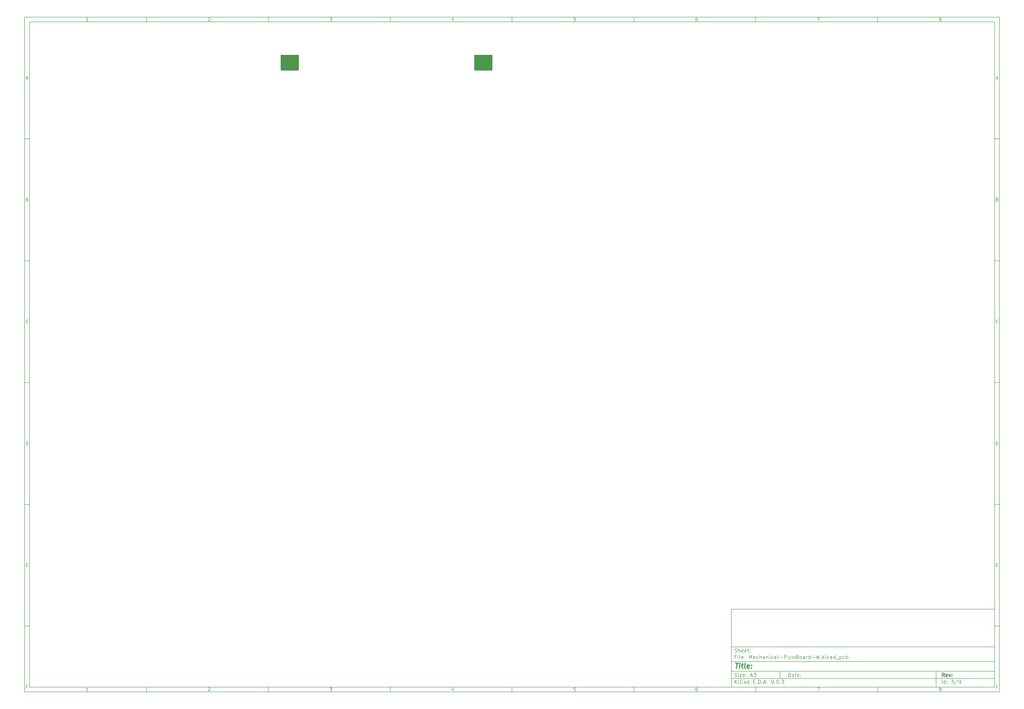
<source format=gtp>
%TF.GenerationSoftware,KiCad,Pcbnew,9.0.3*%
%TF.CreationDate,2025-07-17T14:52:48+05:30*%
%TF.ProjectId,Mechanical-PicoBoard-W,4d656368-616e-4696-9361-6c2d5069636f,rev?*%
%TF.SameCoordinates,Original*%
%TF.FileFunction,Paste,Top*%
%TF.FilePolarity,Positive*%
%FSLAX46Y46*%
G04 Gerber Fmt 4.6, Leading zero omitted, Abs format (unit mm)*
G04 Created by KiCad (PCBNEW 9.0.3) date 2025-07-17 14:52:48*
%MOMM*%
%LPD*%
G01*
G04 APERTURE LIST*
G04 Aperture macros list*
%AMRoundRect*
0 Rectangle with rounded corners*
0 $1 Rounding radius*
0 $2 $3 $4 $5 $6 $7 $8 $9 X,Y pos of 4 corners*
0 Add a 4 corners polygon primitive as box body*
4,1,4,$2,$3,$4,$5,$6,$7,$8,$9,$2,$3,0*
0 Add four circle primitives for the rounded corners*
1,1,$1+$1,$2,$3*
1,1,$1+$1,$4,$5*
1,1,$1+$1,$6,$7*
1,1,$1+$1,$8,$9*
0 Add four rect primitives between the rounded corners*
20,1,$1+$1,$2,$3,$4,$5,0*
20,1,$1+$1,$4,$5,$6,$7,0*
20,1,$1+$1,$6,$7,$8,$9,0*
20,1,$1+$1,$8,$9,$2,$3,0*%
G04 Aperture macros list end*
%ADD10C,0.100000*%
%ADD11C,0.150000*%
%ADD12C,0.300000*%
%ADD13C,0.400000*%
%ADD14RoundRect,0.250003X-3.499997X-2.999997X3.499997X-2.999997X3.499997X2.999997X-3.499997X2.999997X0*%
G04 APERTURE END LIST*
D10*
D11*
X299989000Y-253002200D02*
X407989000Y-253002200D01*
X407989000Y-285002200D01*
X299989000Y-285002200D01*
X299989000Y-253002200D01*
D10*
D11*
X10000000Y-10000000D02*
X409989000Y-10000000D01*
X409989000Y-287002200D01*
X10000000Y-287002200D01*
X10000000Y-10000000D01*
D10*
D11*
X12000000Y-12000000D02*
X407989000Y-12000000D01*
X407989000Y-285002200D01*
X12000000Y-285002200D01*
X12000000Y-12000000D01*
D10*
D11*
X60000000Y-12000000D02*
X60000000Y-10000000D01*
D10*
D11*
X110000000Y-12000000D02*
X110000000Y-10000000D01*
D10*
D11*
X160000000Y-12000000D02*
X160000000Y-10000000D01*
D10*
D11*
X210000000Y-12000000D02*
X210000000Y-10000000D01*
D10*
D11*
X260000000Y-12000000D02*
X260000000Y-10000000D01*
D10*
D11*
X310000000Y-12000000D02*
X310000000Y-10000000D01*
D10*
D11*
X360000000Y-12000000D02*
X360000000Y-10000000D01*
D10*
D11*
X36089160Y-11593604D02*
X35346303Y-11593604D01*
X35717731Y-11593604D02*
X35717731Y-10293604D01*
X35717731Y-10293604D02*
X35593922Y-10479319D01*
X35593922Y-10479319D02*
X35470112Y-10603128D01*
X35470112Y-10603128D02*
X35346303Y-10665033D01*
D10*
D11*
X85346303Y-10417414D02*
X85408207Y-10355509D01*
X85408207Y-10355509D02*
X85532017Y-10293604D01*
X85532017Y-10293604D02*
X85841541Y-10293604D01*
X85841541Y-10293604D02*
X85965350Y-10355509D01*
X85965350Y-10355509D02*
X86027255Y-10417414D01*
X86027255Y-10417414D02*
X86089160Y-10541223D01*
X86089160Y-10541223D02*
X86089160Y-10665033D01*
X86089160Y-10665033D02*
X86027255Y-10850747D01*
X86027255Y-10850747D02*
X85284398Y-11593604D01*
X85284398Y-11593604D02*
X86089160Y-11593604D01*
D10*
D11*
X135284398Y-10293604D02*
X136089160Y-10293604D01*
X136089160Y-10293604D02*
X135655826Y-10788842D01*
X135655826Y-10788842D02*
X135841541Y-10788842D01*
X135841541Y-10788842D02*
X135965350Y-10850747D01*
X135965350Y-10850747D02*
X136027255Y-10912652D01*
X136027255Y-10912652D02*
X136089160Y-11036461D01*
X136089160Y-11036461D02*
X136089160Y-11345985D01*
X136089160Y-11345985D02*
X136027255Y-11469795D01*
X136027255Y-11469795D02*
X135965350Y-11531700D01*
X135965350Y-11531700D02*
X135841541Y-11593604D01*
X135841541Y-11593604D02*
X135470112Y-11593604D01*
X135470112Y-11593604D02*
X135346303Y-11531700D01*
X135346303Y-11531700D02*
X135284398Y-11469795D01*
D10*
D11*
X185965350Y-10726938D02*
X185965350Y-11593604D01*
X185655826Y-10231700D02*
X185346303Y-11160271D01*
X185346303Y-11160271D02*
X186151064Y-11160271D01*
D10*
D11*
X236027255Y-10293604D02*
X235408207Y-10293604D01*
X235408207Y-10293604D02*
X235346303Y-10912652D01*
X235346303Y-10912652D02*
X235408207Y-10850747D01*
X235408207Y-10850747D02*
X235532017Y-10788842D01*
X235532017Y-10788842D02*
X235841541Y-10788842D01*
X235841541Y-10788842D02*
X235965350Y-10850747D01*
X235965350Y-10850747D02*
X236027255Y-10912652D01*
X236027255Y-10912652D02*
X236089160Y-11036461D01*
X236089160Y-11036461D02*
X236089160Y-11345985D01*
X236089160Y-11345985D02*
X236027255Y-11469795D01*
X236027255Y-11469795D02*
X235965350Y-11531700D01*
X235965350Y-11531700D02*
X235841541Y-11593604D01*
X235841541Y-11593604D02*
X235532017Y-11593604D01*
X235532017Y-11593604D02*
X235408207Y-11531700D01*
X235408207Y-11531700D02*
X235346303Y-11469795D01*
D10*
D11*
X285965350Y-10293604D02*
X285717731Y-10293604D01*
X285717731Y-10293604D02*
X285593922Y-10355509D01*
X285593922Y-10355509D02*
X285532017Y-10417414D01*
X285532017Y-10417414D02*
X285408207Y-10603128D01*
X285408207Y-10603128D02*
X285346303Y-10850747D01*
X285346303Y-10850747D02*
X285346303Y-11345985D01*
X285346303Y-11345985D02*
X285408207Y-11469795D01*
X285408207Y-11469795D02*
X285470112Y-11531700D01*
X285470112Y-11531700D02*
X285593922Y-11593604D01*
X285593922Y-11593604D02*
X285841541Y-11593604D01*
X285841541Y-11593604D02*
X285965350Y-11531700D01*
X285965350Y-11531700D02*
X286027255Y-11469795D01*
X286027255Y-11469795D02*
X286089160Y-11345985D01*
X286089160Y-11345985D02*
X286089160Y-11036461D01*
X286089160Y-11036461D02*
X286027255Y-10912652D01*
X286027255Y-10912652D02*
X285965350Y-10850747D01*
X285965350Y-10850747D02*
X285841541Y-10788842D01*
X285841541Y-10788842D02*
X285593922Y-10788842D01*
X285593922Y-10788842D02*
X285470112Y-10850747D01*
X285470112Y-10850747D02*
X285408207Y-10912652D01*
X285408207Y-10912652D02*
X285346303Y-11036461D01*
D10*
D11*
X335284398Y-10293604D02*
X336151064Y-10293604D01*
X336151064Y-10293604D02*
X335593922Y-11593604D01*
D10*
D11*
X385593922Y-10850747D02*
X385470112Y-10788842D01*
X385470112Y-10788842D02*
X385408207Y-10726938D01*
X385408207Y-10726938D02*
X385346303Y-10603128D01*
X385346303Y-10603128D02*
X385346303Y-10541223D01*
X385346303Y-10541223D02*
X385408207Y-10417414D01*
X385408207Y-10417414D02*
X385470112Y-10355509D01*
X385470112Y-10355509D02*
X385593922Y-10293604D01*
X385593922Y-10293604D02*
X385841541Y-10293604D01*
X385841541Y-10293604D02*
X385965350Y-10355509D01*
X385965350Y-10355509D02*
X386027255Y-10417414D01*
X386027255Y-10417414D02*
X386089160Y-10541223D01*
X386089160Y-10541223D02*
X386089160Y-10603128D01*
X386089160Y-10603128D02*
X386027255Y-10726938D01*
X386027255Y-10726938D02*
X385965350Y-10788842D01*
X385965350Y-10788842D02*
X385841541Y-10850747D01*
X385841541Y-10850747D02*
X385593922Y-10850747D01*
X385593922Y-10850747D02*
X385470112Y-10912652D01*
X385470112Y-10912652D02*
X385408207Y-10974557D01*
X385408207Y-10974557D02*
X385346303Y-11098366D01*
X385346303Y-11098366D02*
X385346303Y-11345985D01*
X385346303Y-11345985D02*
X385408207Y-11469795D01*
X385408207Y-11469795D02*
X385470112Y-11531700D01*
X385470112Y-11531700D02*
X385593922Y-11593604D01*
X385593922Y-11593604D02*
X385841541Y-11593604D01*
X385841541Y-11593604D02*
X385965350Y-11531700D01*
X385965350Y-11531700D02*
X386027255Y-11469795D01*
X386027255Y-11469795D02*
X386089160Y-11345985D01*
X386089160Y-11345985D02*
X386089160Y-11098366D01*
X386089160Y-11098366D02*
X386027255Y-10974557D01*
X386027255Y-10974557D02*
X385965350Y-10912652D01*
X385965350Y-10912652D02*
X385841541Y-10850747D01*
D10*
D11*
X60000000Y-285002200D02*
X60000000Y-287002200D01*
D10*
D11*
X110000000Y-285002200D02*
X110000000Y-287002200D01*
D10*
D11*
X160000000Y-285002200D02*
X160000000Y-287002200D01*
D10*
D11*
X210000000Y-285002200D02*
X210000000Y-287002200D01*
D10*
D11*
X260000000Y-285002200D02*
X260000000Y-287002200D01*
D10*
D11*
X310000000Y-285002200D02*
X310000000Y-287002200D01*
D10*
D11*
X360000000Y-285002200D02*
X360000000Y-287002200D01*
D10*
D11*
X36089160Y-286595804D02*
X35346303Y-286595804D01*
X35717731Y-286595804D02*
X35717731Y-285295804D01*
X35717731Y-285295804D02*
X35593922Y-285481519D01*
X35593922Y-285481519D02*
X35470112Y-285605328D01*
X35470112Y-285605328D02*
X35346303Y-285667233D01*
D10*
D11*
X85346303Y-285419614D02*
X85408207Y-285357709D01*
X85408207Y-285357709D02*
X85532017Y-285295804D01*
X85532017Y-285295804D02*
X85841541Y-285295804D01*
X85841541Y-285295804D02*
X85965350Y-285357709D01*
X85965350Y-285357709D02*
X86027255Y-285419614D01*
X86027255Y-285419614D02*
X86089160Y-285543423D01*
X86089160Y-285543423D02*
X86089160Y-285667233D01*
X86089160Y-285667233D02*
X86027255Y-285852947D01*
X86027255Y-285852947D02*
X85284398Y-286595804D01*
X85284398Y-286595804D02*
X86089160Y-286595804D01*
D10*
D11*
X135284398Y-285295804D02*
X136089160Y-285295804D01*
X136089160Y-285295804D02*
X135655826Y-285791042D01*
X135655826Y-285791042D02*
X135841541Y-285791042D01*
X135841541Y-285791042D02*
X135965350Y-285852947D01*
X135965350Y-285852947D02*
X136027255Y-285914852D01*
X136027255Y-285914852D02*
X136089160Y-286038661D01*
X136089160Y-286038661D02*
X136089160Y-286348185D01*
X136089160Y-286348185D02*
X136027255Y-286471995D01*
X136027255Y-286471995D02*
X135965350Y-286533900D01*
X135965350Y-286533900D02*
X135841541Y-286595804D01*
X135841541Y-286595804D02*
X135470112Y-286595804D01*
X135470112Y-286595804D02*
X135346303Y-286533900D01*
X135346303Y-286533900D02*
X135284398Y-286471995D01*
D10*
D11*
X185965350Y-285729138D02*
X185965350Y-286595804D01*
X185655826Y-285233900D02*
X185346303Y-286162471D01*
X185346303Y-286162471D02*
X186151064Y-286162471D01*
D10*
D11*
X236027255Y-285295804D02*
X235408207Y-285295804D01*
X235408207Y-285295804D02*
X235346303Y-285914852D01*
X235346303Y-285914852D02*
X235408207Y-285852947D01*
X235408207Y-285852947D02*
X235532017Y-285791042D01*
X235532017Y-285791042D02*
X235841541Y-285791042D01*
X235841541Y-285791042D02*
X235965350Y-285852947D01*
X235965350Y-285852947D02*
X236027255Y-285914852D01*
X236027255Y-285914852D02*
X236089160Y-286038661D01*
X236089160Y-286038661D02*
X236089160Y-286348185D01*
X236089160Y-286348185D02*
X236027255Y-286471995D01*
X236027255Y-286471995D02*
X235965350Y-286533900D01*
X235965350Y-286533900D02*
X235841541Y-286595804D01*
X235841541Y-286595804D02*
X235532017Y-286595804D01*
X235532017Y-286595804D02*
X235408207Y-286533900D01*
X235408207Y-286533900D02*
X235346303Y-286471995D01*
D10*
D11*
X285965350Y-285295804D02*
X285717731Y-285295804D01*
X285717731Y-285295804D02*
X285593922Y-285357709D01*
X285593922Y-285357709D02*
X285532017Y-285419614D01*
X285532017Y-285419614D02*
X285408207Y-285605328D01*
X285408207Y-285605328D02*
X285346303Y-285852947D01*
X285346303Y-285852947D02*
X285346303Y-286348185D01*
X285346303Y-286348185D02*
X285408207Y-286471995D01*
X285408207Y-286471995D02*
X285470112Y-286533900D01*
X285470112Y-286533900D02*
X285593922Y-286595804D01*
X285593922Y-286595804D02*
X285841541Y-286595804D01*
X285841541Y-286595804D02*
X285965350Y-286533900D01*
X285965350Y-286533900D02*
X286027255Y-286471995D01*
X286027255Y-286471995D02*
X286089160Y-286348185D01*
X286089160Y-286348185D02*
X286089160Y-286038661D01*
X286089160Y-286038661D02*
X286027255Y-285914852D01*
X286027255Y-285914852D02*
X285965350Y-285852947D01*
X285965350Y-285852947D02*
X285841541Y-285791042D01*
X285841541Y-285791042D02*
X285593922Y-285791042D01*
X285593922Y-285791042D02*
X285470112Y-285852947D01*
X285470112Y-285852947D02*
X285408207Y-285914852D01*
X285408207Y-285914852D02*
X285346303Y-286038661D01*
D10*
D11*
X335284398Y-285295804D02*
X336151064Y-285295804D01*
X336151064Y-285295804D02*
X335593922Y-286595804D01*
D10*
D11*
X385593922Y-285852947D02*
X385470112Y-285791042D01*
X385470112Y-285791042D02*
X385408207Y-285729138D01*
X385408207Y-285729138D02*
X385346303Y-285605328D01*
X385346303Y-285605328D02*
X385346303Y-285543423D01*
X385346303Y-285543423D02*
X385408207Y-285419614D01*
X385408207Y-285419614D02*
X385470112Y-285357709D01*
X385470112Y-285357709D02*
X385593922Y-285295804D01*
X385593922Y-285295804D02*
X385841541Y-285295804D01*
X385841541Y-285295804D02*
X385965350Y-285357709D01*
X385965350Y-285357709D02*
X386027255Y-285419614D01*
X386027255Y-285419614D02*
X386089160Y-285543423D01*
X386089160Y-285543423D02*
X386089160Y-285605328D01*
X386089160Y-285605328D02*
X386027255Y-285729138D01*
X386027255Y-285729138D02*
X385965350Y-285791042D01*
X385965350Y-285791042D02*
X385841541Y-285852947D01*
X385841541Y-285852947D02*
X385593922Y-285852947D01*
X385593922Y-285852947D02*
X385470112Y-285914852D01*
X385470112Y-285914852D02*
X385408207Y-285976757D01*
X385408207Y-285976757D02*
X385346303Y-286100566D01*
X385346303Y-286100566D02*
X385346303Y-286348185D01*
X385346303Y-286348185D02*
X385408207Y-286471995D01*
X385408207Y-286471995D02*
X385470112Y-286533900D01*
X385470112Y-286533900D02*
X385593922Y-286595804D01*
X385593922Y-286595804D02*
X385841541Y-286595804D01*
X385841541Y-286595804D02*
X385965350Y-286533900D01*
X385965350Y-286533900D02*
X386027255Y-286471995D01*
X386027255Y-286471995D02*
X386089160Y-286348185D01*
X386089160Y-286348185D02*
X386089160Y-286100566D01*
X386089160Y-286100566D02*
X386027255Y-285976757D01*
X386027255Y-285976757D02*
X385965350Y-285914852D01*
X385965350Y-285914852D02*
X385841541Y-285852947D01*
D10*
D11*
X10000000Y-60000000D02*
X12000000Y-60000000D01*
D10*
D11*
X10000000Y-110000000D02*
X12000000Y-110000000D01*
D10*
D11*
X10000000Y-160000000D02*
X12000000Y-160000000D01*
D10*
D11*
X10000000Y-210000000D02*
X12000000Y-210000000D01*
D10*
D11*
X10000000Y-260000000D02*
X12000000Y-260000000D01*
D10*
D11*
X10690476Y-35222176D02*
X11309523Y-35222176D01*
X10566666Y-35593604D02*
X10999999Y-34293604D01*
X10999999Y-34293604D02*
X11433333Y-35593604D01*
D10*
D11*
X11092857Y-84912652D02*
X11278571Y-84974557D01*
X11278571Y-84974557D02*
X11340476Y-85036461D01*
X11340476Y-85036461D02*
X11402380Y-85160271D01*
X11402380Y-85160271D02*
X11402380Y-85345985D01*
X11402380Y-85345985D02*
X11340476Y-85469795D01*
X11340476Y-85469795D02*
X11278571Y-85531700D01*
X11278571Y-85531700D02*
X11154761Y-85593604D01*
X11154761Y-85593604D02*
X10659523Y-85593604D01*
X10659523Y-85593604D02*
X10659523Y-84293604D01*
X10659523Y-84293604D02*
X11092857Y-84293604D01*
X11092857Y-84293604D02*
X11216666Y-84355509D01*
X11216666Y-84355509D02*
X11278571Y-84417414D01*
X11278571Y-84417414D02*
X11340476Y-84541223D01*
X11340476Y-84541223D02*
X11340476Y-84665033D01*
X11340476Y-84665033D02*
X11278571Y-84788842D01*
X11278571Y-84788842D02*
X11216666Y-84850747D01*
X11216666Y-84850747D02*
X11092857Y-84912652D01*
X11092857Y-84912652D02*
X10659523Y-84912652D01*
D10*
D11*
X11402380Y-135469795D02*
X11340476Y-135531700D01*
X11340476Y-135531700D02*
X11154761Y-135593604D01*
X11154761Y-135593604D02*
X11030952Y-135593604D01*
X11030952Y-135593604D02*
X10845238Y-135531700D01*
X10845238Y-135531700D02*
X10721428Y-135407890D01*
X10721428Y-135407890D02*
X10659523Y-135284080D01*
X10659523Y-135284080D02*
X10597619Y-135036461D01*
X10597619Y-135036461D02*
X10597619Y-134850747D01*
X10597619Y-134850747D02*
X10659523Y-134603128D01*
X10659523Y-134603128D02*
X10721428Y-134479319D01*
X10721428Y-134479319D02*
X10845238Y-134355509D01*
X10845238Y-134355509D02*
X11030952Y-134293604D01*
X11030952Y-134293604D02*
X11154761Y-134293604D01*
X11154761Y-134293604D02*
X11340476Y-134355509D01*
X11340476Y-134355509D02*
X11402380Y-134417414D01*
D10*
D11*
X10659523Y-185593604D02*
X10659523Y-184293604D01*
X10659523Y-184293604D02*
X10969047Y-184293604D01*
X10969047Y-184293604D02*
X11154761Y-184355509D01*
X11154761Y-184355509D02*
X11278571Y-184479319D01*
X11278571Y-184479319D02*
X11340476Y-184603128D01*
X11340476Y-184603128D02*
X11402380Y-184850747D01*
X11402380Y-184850747D02*
X11402380Y-185036461D01*
X11402380Y-185036461D02*
X11340476Y-185284080D01*
X11340476Y-185284080D02*
X11278571Y-185407890D01*
X11278571Y-185407890D02*
X11154761Y-185531700D01*
X11154761Y-185531700D02*
X10969047Y-185593604D01*
X10969047Y-185593604D02*
X10659523Y-185593604D01*
D10*
D11*
X10721428Y-234912652D02*
X11154762Y-234912652D01*
X11340476Y-235593604D02*
X10721428Y-235593604D01*
X10721428Y-235593604D02*
X10721428Y-234293604D01*
X10721428Y-234293604D02*
X11340476Y-234293604D01*
D10*
D11*
X11185714Y-284912652D02*
X10752380Y-284912652D01*
X10752380Y-285593604D02*
X10752380Y-284293604D01*
X10752380Y-284293604D02*
X11371428Y-284293604D01*
D10*
D11*
X409989000Y-60000000D02*
X407989000Y-60000000D01*
D10*
D11*
X409989000Y-110000000D02*
X407989000Y-110000000D01*
D10*
D11*
X409989000Y-160000000D02*
X407989000Y-160000000D01*
D10*
D11*
X409989000Y-210000000D02*
X407989000Y-210000000D01*
D10*
D11*
X409989000Y-260000000D02*
X407989000Y-260000000D01*
D10*
D11*
X408679476Y-35222176D02*
X409298523Y-35222176D01*
X408555666Y-35593604D02*
X408988999Y-34293604D01*
X408988999Y-34293604D02*
X409422333Y-35593604D01*
D10*
D11*
X409081857Y-84912652D02*
X409267571Y-84974557D01*
X409267571Y-84974557D02*
X409329476Y-85036461D01*
X409329476Y-85036461D02*
X409391380Y-85160271D01*
X409391380Y-85160271D02*
X409391380Y-85345985D01*
X409391380Y-85345985D02*
X409329476Y-85469795D01*
X409329476Y-85469795D02*
X409267571Y-85531700D01*
X409267571Y-85531700D02*
X409143761Y-85593604D01*
X409143761Y-85593604D02*
X408648523Y-85593604D01*
X408648523Y-85593604D02*
X408648523Y-84293604D01*
X408648523Y-84293604D02*
X409081857Y-84293604D01*
X409081857Y-84293604D02*
X409205666Y-84355509D01*
X409205666Y-84355509D02*
X409267571Y-84417414D01*
X409267571Y-84417414D02*
X409329476Y-84541223D01*
X409329476Y-84541223D02*
X409329476Y-84665033D01*
X409329476Y-84665033D02*
X409267571Y-84788842D01*
X409267571Y-84788842D02*
X409205666Y-84850747D01*
X409205666Y-84850747D02*
X409081857Y-84912652D01*
X409081857Y-84912652D02*
X408648523Y-84912652D01*
D10*
D11*
X409391380Y-135469795D02*
X409329476Y-135531700D01*
X409329476Y-135531700D02*
X409143761Y-135593604D01*
X409143761Y-135593604D02*
X409019952Y-135593604D01*
X409019952Y-135593604D02*
X408834238Y-135531700D01*
X408834238Y-135531700D02*
X408710428Y-135407890D01*
X408710428Y-135407890D02*
X408648523Y-135284080D01*
X408648523Y-135284080D02*
X408586619Y-135036461D01*
X408586619Y-135036461D02*
X408586619Y-134850747D01*
X408586619Y-134850747D02*
X408648523Y-134603128D01*
X408648523Y-134603128D02*
X408710428Y-134479319D01*
X408710428Y-134479319D02*
X408834238Y-134355509D01*
X408834238Y-134355509D02*
X409019952Y-134293604D01*
X409019952Y-134293604D02*
X409143761Y-134293604D01*
X409143761Y-134293604D02*
X409329476Y-134355509D01*
X409329476Y-134355509D02*
X409391380Y-134417414D01*
D10*
D11*
X408648523Y-185593604D02*
X408648523Y-184293604D01*
X408648523Y-184293604D02*
X408958047Y-184293604D01*
X408958047Y-184293604D02*
X409143761Y-184355509D01*
X409143761Y-184355509D02*
X409267571Y-184479319D01*
X409267571Y-184479319D02*
X409329476Y-184603128D01*
X409329476Y-184603128D02*
X409391380Y-184850747D01*
X409391380Y-184850747D02*
X409391380Y-185036461D01*
X409391380Y-185036461D02*
X409329476Y-185284080D01*
X409329476Y-185284080D02*
X409267571Y-185407890D01*
X409267571Y-185407890D02*
X409143761Y-185531700D01*
X409143761Y-185531700D02*
X408958047Y-185593604D01*
X408958047Y-185593604D02*
X408648523Y-185593604D01*
D10*
D11*
X408710428Y-234912652D02*
X409143762Y-234912652D01*
X409329476Y-235593604D02*
X408710428Y-235593604D01*
X408710428Y-235593604D02*
X408710428Y-234293604D01*
X408710428Y-234293604D02*
X409329476Y-234293604D01*
D10*
D11*
X409174714Y-284912652D02*
X408741380Y-284912652D01*
X408741380Y-285593604D02*
X408741380Y-284293604D01*
X408741380Y-284293604D02*
X409360428Y-284293604D01*
D10*
D11*
X323444826Y-280788328D02*
X323444826Y-279288328D01*
X323444826Y-279288328D02*
X323801969Y-279288328D01*
X323801969Y-279288328D02*
X324016255Y-279359757D01*
X324016255Y-279359757D02*
X324159112Y-279502614D01*
X324159112Y-279502614D02*
X324230541Y-279645471D01*
X324230541Y-279645471D02*
X324301969Y-279931185D01*
X324301969Y-279931185D02*
X324301969Y-280145471D01*
X324301969Y-280145471D02*
X324230541Y-280431185D01*
X324230541Y-280431185D02*
X324159112Y-280574042D01*
X324159112Y-280574042D02*
X324016255Y-280716900D01*
X324016255Y-280716900D02*
X323801969Y-280788328D01*
X323801969Y-280788328D02*
X323444826Y-280788328D01*
X325587684Y-280788328D02*
X325587684Y-280002614D01*
X325587684Y-280002614D02*
X325516255Y-279859757D01*
X325516255Y-279859757D02*
X325373398Y-279788328D01*
X325373398Y-279788328D02*
X325087684Y-279788328D01*
X325087684Y-279788328D02*
X324944826Y-279859757D01*
X325587684Y-280716900D02*
X325444826Y-280788328D01*
X325444826Y-280788328D02*
X325087684Y-280788328D01*
X325087684Y-280788328D02*
X324944826Y-280716900D01*
X324944826Y-280716900D02*
X324873398Y-280574042D01*
X324873398Y-280574042D02*
X324873398Y-280431185D01*
X324873398Y-280431185D02*
X324944826Y-280288328D01*
X324944826Y-280288328D02*
X325087684Y-280216900D01*
X325087684Y-280216900D02*
X325444826Y-280216900D01*
X325444826Y-280216900D02*
X325587684Y-280145471D01*
X326087684Y-279788328D02*
X326659112Y-279788328D01*
X326301969Y-279288328D02*
X326301969Y-280574042D01*
X326301969Y-280574042D02*
X326373398Y-280716900D01*
X326373398Y-280716900D02*
X326516255Y-280788328D01*
X326516255Y-280788328D02*
X326659112Y-280788328D01*
X327730541Y-280716900D02*
X327587684Y-280788328D01*
X327587684Y-280788328D02*
X327301970Y-280788328D01*
X327301970Y-280788328D02*
X327159112Y-280716900D01*
X327159112Y-280716900D02*
X327087684Y-280574042D01*
X327087684Y-280574042D02*
X327087684Y-280002614D01*
X327087684Y-280002614D02*
X327159112Y-279859757D01*
X327159112Y-279859757D02*
X327301970Y-279788328D01*
X327301970Y-279788328D02*
X327587684Y-279788328D01*
X327587684Y-279788328D02*
X327730541Y-279859757D01*
X327730541Y-279859757D02*
X327801970Y-280002614D01*
X327801970Y-280002614D02*
X327801970Y-280145471D01*
X327801970Y-280145471D02*
X327087684Y-280288328D01*
X328444826Y-280645471D02*
X328516255Y-280716900D01*
X328516255Y-280716900D02*
X328444826Y-280788328D01*
X328444826Y-280788328D02*
X328373398Y-280716900D01*
X328373398Y-280716900D02*
X328444826Y-280645471D01*
X328444826Y-280645471D02*
X328444826Y-280788328D01*
X328444826Y-279859757D02*
X328516255Y-279931185D01*
X328516255Y-279931185D02*
X328444826Y-280002614D01*
X328444826Y-280002614D02*
X328373398Y-279931185D01*
X328373398Y-279931185D02*
X328444826Y-279859757D01*
X328444826Y-279859757D02*
X328444826Y-280002614D01*
D10*
D11*
X299989000Y-281502200D02*
X407989000Y-281502200D01*
D10*
D11*
X301444826Y-283588328D02*
X301444826Y-282088328D01*
X302301969Y-283588328D02*
X301659112Y-282731185D01*
X302301969Y-282088328D02*
X301444826Y-282945471D01*
X302944826Y-283588328D02*
X302944826Y-282588328D01*
X302944826Y-282088328D02*
X302873398Y-282159757D01*
X302873398Y-282159757D02*
X302944826Y-282231185D01*
X302944826Y-282231185D02*
X303016255Y-282159757D01*
X303016255Y-282159757D02*
X302944826Y-282088328D01*
X302944826Y-282088328D02*
X302944826Y-282231185D01*
X304516255Y-283445471D02*
X304444827Y-283516900D01*
X304444827Y-283516900D02*
X304230541Y-283588328D01*
X304230541Y-283588328D02*
X304087684Y-283588328D01*
X304087684Y-283588328D02*
X303873398Y-283516900D01*
X303873398Y-283516900D02*
X303730541Y-283374042D01*
X303730541Y-283374042D02*
X303659112Y-283231185D01*
X303659112Y-283231185D02*
X303587684Y-282945471D01*
X303587684Y-282945471D02*
X303587684Y-282731185D01*
X303587684Y-282731185D02*
X303659112Y-282445471D01*
X303659112Y-282445471D02*
X303730541Y-282302614D01*
X303730541Y-282302614D02*
X303873398Y-282159757D01*
X303873398Y-282159757D02*
X304087684Y-282088328D01*
X304087684Y-282088328D02*
X304230541Y-282088328D01*
X304230541Y-282088328D02*
X304444827Y-282159757D01*
X304444827Y-282159757D02*
X304516255Y-282231185D01*
X305801970Y-283588328D02*
X305801970Y-282802614D01*
X305801970Y-282802614D02*
X305730541Y-282659757D01*
X305730541Y-282659757D02*
X305587684Y-282588328D01*
X305587684Y-282588328D02*
X305301970Y-282588328D01*
X305301970Y-282588328D02*
X305159112Y-282659757D01*
X305801970Y-283516900D02*
X305659112Y-283588328D01*
X305659112Y-283588328D02*
X305301970Y-283588328D01*
X305301970Y-283588328D02*
X305159112Y-283516900D01*
X305159112Y-283516900D02*
X305087684Y-283374042D01*
X305087684Y-283374042D02*
X305087684Y-283231185D01*
X305087684Y-283231185D02*
X305159112Y-283088328D01*
X305159112Y-283088328D02*
X305301970Y-283016900D01*
X305301970Y-283016900D02*
X305659112Y-283016900D01*
X305659112Y-283016900D02*
X305801970Y-282945471D01*
X307159113Y-283588328D02*
X307159113Y-282088328D01*
X307159113Y-283516900D02*
X307016255Y-283588328D01*
X307016255Y-283588328D02*
X306730541Y-283588328D01*
X306730541Y-283588328D02*
X306587684Y-283516900D01*
X306587684Y-283516900D02*
X306516255Y-283445471D01*
X306516255Y-283445471D02*
X306444827Y-283302614D01*
X306444827Y-283302614D02*
X306444827Y-282874042D01*
X306444827Y-282874042D02*
X306516255Y-282731185D01*
X306516255Y-282731185D02*
X306587684Y-282659757D01*
X306587684Y-282659757D02*
X306730541Y-282588328D01*
X306730541Y-282588328D02*
X307016255Y-282588328D01*
X307016255Y-282588328D02*
X307159113Y-282659757D01*
X309016255Y-282802614D02*
X309516255Y-282802614D01*
X309730541Y-283588328D02*
X309016255Y-283588328D01*
X309016255Y-283588328D02*
X309016255Y-282088328D01*
X309016255Y-282088328D02*
X309730541Y-282088328D01*
X310373398Y-283445471D02*
X310444827Y-283516900D01*
X310444827Y-283516900D02*
X310373398Y-283588328D01*
X310373398Y-283588328D02*
X310301970Y-283516900D01*
X310301970Y-283516900D02*
X310373398Y-283445471D01*
X310373398Y-283445471D02*
X310373398Y-283588328D01*
X311087684Y-283588328D02*
X311087684Y-282088328D01*
X311087684Y-282088328D02*
X311444827Y-282088328D01*
X311444827Y-282088328D02*
X311659113Y-282159757D01*
X311659113Y-282159757D02*
X311801970Y-282302614D01*
X311801970Y-282302614D02*
X311873399Y-282445471D01*
X311873399Y-282445471D02*
X311944827Y-282731185D01*
X311944827Y-282731185D02*
X311944827Y-282945471D01*
X311944827Y-282945471D02*
X311873399Y-283231185D01*
X311873399Y-283231185D02*
X311801970Y-283374042D01*
X311801970Y-283374042D02*
X311659113Y-283516900D01*
X311659113Y-283516900D02*
X311444827Y-283588328D01*
X311444827Y-283588328D02*
X311087684Y-283588328D01*
X312587684Y-283445471D02*
X312659113Y-283516900D01*
X312659113Y-283516900D02*
X312587684Y-283588328D01*
X312587684Y-283588328D02*
X312516256Y-283516900D01*
X312516256Y-283516900D02*
X312587684Y-283445471D01*
X312587684Y-283445471D02*
X312587684Y-283588328D01*
X313230542Y-283159757D02*
X313944828Y-283159757D01*
X313087685Y-283588328D02*
X313587685Y-282088328D01*
X313587685Y-282088328D02*
X314087685Y-283588328D01*
X314587684Y-283445471D02*
X314659113Y-283516900D01*
X314659113Y-283516900D02*
X314587684Y-283588328D01*
X314587684Y-283588328D02*
X314516256Y-283516900D01*
X314516256Y-283516900D02*
X314587684Y-283445471D01*
X314587684Y-283445471D02*
X314587684Y-283588328D01*
X316516256Y-283588328D02*
X316801970Y-283588328D01*
X316801970Y-283588328D02*
X316944827Y-283516900D01*
X316944827Y-283516900D02*
X317016256Y-283445471D01*
X317016256Y-283445471D02*
X317159113Y-283231185D01*
X317159113Y-283231185D02*
X317230542Y-282945471D01*
X317230542Y-282945471D02*
X317230542Y-282374042D01*
X317230542Y-282374042D02*
X317159113Y-282231185D01*
X317159113Y-282231185D02*
X317087685Y-282159757D01*
X317087685Y-282159757D02*
X316944827Y-282088328D01*
X316944827Y-282088328D02*
X316659113Y-282088328D01*
X316659113Y-282088328D02*
X316516256Y-282159757D01*
X316516256Y-282159757D02*
X316444827Y-282231185D01*
X316444827Y-282231185D02*
X316373399Y-282374042D01*
X316373399Y-282374042D02*
X316373399Y-282731185D01*
X316373399Y-282731185D02*
X316444827Y-282874042D01*
X316444827Y-282874042D02*
X316516256Y-282945471D01*
X316516256Y-282945471D02*
X316659113Y-283016900D01*
X316659113Y-283016900D02*
X316944827Y-283016900D01*
X316944827Y-283016900D02*
X317087685Y-282945471D01*
X317087685Y-282945471D02*
X317159113Y-282874042D01*
X317159113Y-282874042D02*
X317230542Y-282731185D01*
X317873398Y-283445471D02*
X317944827Y-283516900D01*
X317944827Y-283516900D02*
X317873398Y-283588328D01*
X317873398Y-283588328D02*
X317801970Y-283516900D01*
X317801970Y-283516900D02*
X317873398Y-283445471D01*
X317873398Y-283445471D02*
X317873398Y-283588328D01*
X318873399Y-282088328D02*
X319016256Y-282088328D01*
X319016256Y-282088328D02*
X319159113Y-282159757D01*
X319159113Y-282159757D02*
X319230542Y-282231185D01*
X319230542Y-282231185D02*
X319301970Y-282374042D01*
X319301970Y-282374042D02*
X319373399Y-282659757D01*
X319373399Y-282659757D02*
X319373399Y-283016900D01*
X319373399Y-283016900D02*
X319301970Y-283302614D01*
X319301970Y-283302614D02*
X319230542Y-283445471D01*
X319230542Y-283445471D02*
X319159113Y-283516900D01*
X319159113Y-283516900D02*
X319016256Y-283588328D01*
X319016256Y-283588328D02*
X318873399Y-283588328D01*
X318873399Y-283588328D02*
X318730542Y-283516900D01*
X318730542Y-283516900D02*
X318659113Y-283445471D01*
X318659113Y-283445471D02*
X318587684Y-283302614D01*
X318587684Y-283302614D02*
X318516256Y-283016900D01*
X318516256Y-283016900D02*
X318516256Y-282659757D01*
X318516256Y-282659757D02*
X318587684Y-282374042D01*
X318587684Y-282374042D02*
X318659113Y-282231185D01*
X318659113Y-282231185D02*
X318730542Y-282159757D01*
X318730542Y-282159757D02*
X318873399Y-282088328D01*
X320016255Y-283445471D02*
X320087684Y-283516900D01*
X320087684Y-283516900D02*
X320016255Y-283588328D01*
X320016255Y-283588328D02*
X319944827Y-283516900D01*
X319944827Y-283516900D02*
X320016255Y-283445471D01*
X320016255Y-283445471D02*
X320016255Y-283588328D01*
X320587684Y-282088328D02*
X321516256Y-282088328D01*
X321516256Y-282088328D02*
X321016256Y-282659757D01*
X321016256Y-282659757D02*
X321230541Y-282659757D01*
X321230541Y-282659757D02*
X321373399Y-282731185D01*
X321373399Y-282731185D02*
X321444827Y-282802614D01*
X321444827Y-282802614D02*
X321516256Y-282945471D01*
X321516256Y-282945471D02*
X321516256Y-283302614D01*
X321516256Y-283302614D02*
X321444827Y-283445471D01*
X321444827Y-283445471D02*
X321373399Y-283516900D01*
X321373399Y-283516900D02*
X321230541Y-283588328D01*
X321230541Y-283588328D02*
X320801970Y-283588328D01*
X320801970Y-283588328D02*
X320659113Y-283516900D01*
X320659113Y-283516900D02*
X320587684Y-283445471D01*
D10*
D11*
X299989000Y-278502200D02*
X407989000Y-278502200D01*
D10*
D12*
X387400653Y-280780528D02*
X386900653Y-280066242D01*
X386543510Y-280780528D02*
X386543510Y-279280528D01*
X386543510Y-279280528D02*
X387114939Y-279280528D01*
X387114939Y-279280528D02*
X387257796Y-279351957D01*
X387257796Y-279351957D02*
X387329225Y-279423385D01*
X387329225Y-279423385D02*
X387400653Y-279566242D01*
X387400653Y-279566242D02*
X387400653Y-279780528D01*
X387400653Y-279780528D02*
X387329225Y-279923385D01*
X387329225Y-279923385D02*
X387257796Y-279994814D01*
X387257796Y-279994814D02*
X387114939Y-280066242D01*
X387114939Y-280066242D02*
X386543510Y-280066242D01*
X388614939Y-280709100D02*
X388472082Y-280780528D01*
X388472082Y-280780528D02*
X388186368Y-280780528D01*
X388186368Y-280780528D02*
X388043510Y-280709100D01*
X388043510Y-280709100D02*
X387972082Y-280566242D01*
X387972082Y-280566242D02*
X387972082Y-279994814D01*
X387972082Y-279994814D02*
X388043510Y-279851957D01*
X388043510Y-279851957D02*
X388186368Y-279780528D01*
X388186368Y-279780528D02*
X388472082Y-279780528D01*
X388472082Y-279780528D02*
X388614939Y-279851957D01*
X388614939Y-279851957D02*
X388686368Y-279994814D01*
X388686368Y-279994814D02*
X388686368Y-280137671D01*
X388686368Y-280137671D02*
X387972082Y-280280528D01*
X389186367Y-279780528D02*
X389543510Y-280780528D01*
X389543510Y-280780528D02*
X389900653Y-279780528D01*
X390472081Y-280637671D02*
X390543510Y-280709100D01*
X390543510Y-280709100D02*
X390472081Y-280780528D01*
X390472081Y-280780528D02*
X390400653Y-280709100D01*
X390400653Y-280709100D02*
X390472081Y-280637671D01*
X390472081Y-280637671D02*
X390472081Y-280780528D01*
X390472081Y-279851957D02*
X390543510Y-279923385D01*
X390543510Y-279923385D02*
X390472081Y-279994814D01*
X390472081Y-279994814D02*
X390400653Y-279923385D01*
X390400653Y-279923385D02*
X390472081Y-279851957D01*
X390472081Y-279851957D02*
X390472081Y-279994814D01*
D10*
D11*
X301373398Y-280716900D02*
X301587684Y-280788328D01*
X301587684Y-280788328D02*
X301944826Y-280788328D01*
X301944826Y-280788328D02*
X302087684Y-280716900D01*
X302087684Y-280716900D02*
X302159112Y-280645471D01*
X302159112Y-280645471D02*
X302230541Y-280502614D01*
X302230541Y-280502614D02*
X302230541Y-280359757D01*
X302230541Y-280359757D02*
X302159112Y-280216900D01*
X302159112Y-280216900D02*
X302087684Y-280145471D01*
X302087684Y-280145471D02*
X301944826Y-280074042D01*
X301944826Y-280074042D02*
X301659112Y-280002614D01*
X301659112Y-280002614D02*
X301516255Y-279931185D01*
X301516255Y-279931185D02*
X301444826Y-279859757D01*
X301444826Y-279859757D02*
X301373398Y-279716900D01*
X301373398Y-279716900D02*
X301373398Y-279574042D01*
X301373398Y-279574042D02*
X301444826Y-279431185D01*
X301444826Y-279431185D02*
X301516255Y-279359757D01*
X301516255Y-279359757D02*
X301659112Y-279288328D01*
X301659112Y-279288328D02*
X302016255Y-279288328D01*
X302016255Y-279288328D02*
X302230541Y-279359757D01*
X302873397Y-280788328D02*
X302873397Y-279788328D01*
X302873397Y-279288328D02*
X302801969Y-279359757D01*
X302801969Y-279359757D02*
X302873397Y-279431185D01*
X302873397Y-279431185D02*
X302944826Y-279359757D01*
X302944826Y-279359757D02*
X302873397Y-279288328D01*
X302873397Y-279288328D02*
X302873397Y-279431185D01*
X303444826Y-279788328D02*
X304230541Y-279788328D01*
X304230541Y-279788328D02*
X303444826Y-280788328D01*
X303444826Y-280788328D02*
X304230541Y-280788328D01*
X305373398Y-280716900D02*
X305230541Y-280788328D01*
X305230541Y-280788328D02*
X304944827Y-280788328D01*
X304944827Y-280788328D02*
X304801969Y-280716900D01*
X304801969Y-280716900D02*
X304730541Y-280574042D01*
X304730541Y-280574042D02*
X304730541Y-280002614D01*
X304730541Y-280002614D02*
X304801969Y-279859757D01*
X304801969Y-279859757D02*
X304944827Y-279788328D01*
X304944827Y-279788328D02*
X305230541Y-279788328D01*
X305230541Y-279788328D02*
X305373398Y-279859757D01*
X305373398Y-279859757D02*
X305444827Y-280002614D01*
X305444827Y-280002614D02*
X305444827Y-280145471D01*
X305444827Y-280145471D02*
X304730541Y-280288328D01*
X306087683Y-280645471D02*
X306159112Y-280716900D01*
X306159112Y-280716900D02*
X306087683Y-280788328D01*
X306087683Y-280788328D02*
X306016255Y-280716900D01*
X306016255Y-280716900D02*
X306087683Y-280645471D01*
X306087683Y-280645471D02*
X306087683Y-280788328D01*
X306087683Y-279859757D02*
X306159112Y-279931185D01*
X306159112Y-279931185D02*
X306087683Y-280002614D01*
X306087683Y-280002614D02*
X306016255Y-279931185D01*
X306016255Y-279931185D02*
X306087683Y-279859757D01*
X306087683Y-279859757D02*
X306087683Y-280002614D01*
X307873398Y-280359757D02*
X308587684Y-280359757D01*
X307730541Y-280788328D02*
X308230541Y-279288328D01*
X308230541Y-279288328D02*
X308730541Y-280788328D01*
X309087683Y-279288328D02*
X310016255Y-279288328D01*
X310016255Y-279288328D02*
X309516255Y-279859757D01*
X309516255Y-279859757D02*
X309730540Y-279859757D01*
X309730540Y-279859757D02*
X309873398Y-279931185D01*
X309873398Y-279931185D02*
X309944826Y-280002614D01*
X309944826Y-280002614D02*
X310016255Y-280145471D01*
X310016255Y-280145471D02*
X310016255Y-280502614D01*
X310016255Y-280502614D02*
X309944826Y-280645471D01*
X309944826Y-280645471D02*
X309873398Y-280716900D01*
X309873398Y-280716900D02*
X309730540Y-280788328D01*
X309730540Y-280788328D02*
X309301969Y-280788328D01*
X309301969Y-280788328D02*
X309159112Y-280716900D01*
X309159112Y-280716900D02*
X309087683Y-280645471D01*
D10*
D11*
X386444826Y-283588328D02*
X386444826Y-282088328D01*
X387801970Y-283588328D02*
X387801970Y-282088328D01*
X387801970Y-283516900D02*
X387659112Y-283588328D01*
X387659112Y-283588328D02*
X387373398Y-283588328D01*
X387373398Y-283588328D02*
X387230541Y-283516900D01*
X387230541Y-283516900D02*
X387159112Y-283445471D01*
X387159112Y-283445471D02*
X387087684Y-283302614D01*
X387087684Y-283302614D02*
X387087684Y-282874042D01*
X387087684Y-282874042D02*
X387159112Y-282731185D01*
X387159112Y-282731185D02*
X387230541Y-282659757D01*
X387230541Y-282659757D02*
X387373398Y-282588328D01*
X387373398Y-282588328D02*
X387659112Y-282588328D01*
X387659112Y-282588328D02*
X387801970Y-282659757D01*
X388516255Y-283445471D02*
X388587684Y-283516900D01*
X388587684Y-283516900D02*
X388516255Y-283588328D01*
X388516255Y-283588328D02*
X388444827Y-283516900D01*
X388444827Y-283516900D02*
X388516255Y-283445471D01*
X388516255Y-283445471D02*
X388516255Y-283588328D01*
X388516255Y-282659757D02*
X388587684Y-282731185D01*
X388587684Y-282731185D02*
X388516255Y-282802614D01*
X388516255Y-282802614D02*
X388444827Y-282731185D01*
X388444827Y-282731185D02*
X388516255Y-282659757D01*
X388516255Y-282659757D02*
X388516255Y-282802614D01*
X390230541Y-282088328D02*
X391159113Y-282088328D01*
X391159113Y-282088328D02*
X390659113Y-282659757D01*
X390659113Y-282659757D02*
X390873398Y-282659757D01*
X390873398Y-282659757D02*
X391016256Y-282731185D01*
X391016256Y-282731185D02*
X391087684Y-282802614D01*
X391087684Y-282802614D02*
X391159113Y-282945471D01*
X391159113Y-282945471D02*
X391159113Y-283302614D01*
X391159113Y-283302614D02*
X391087684Y-283445471D01*
X391087684Y-283445471D02*
X391016256Y-283516900D01*
X391016256Y-283516900D02*
X390873398Y-283588328D01*
X390873398Y-283588328D02*
X390444827Y-283588328D01*
X390444827Y-283588328D02*
X390301970Y-283516900D01*
X390301970Y-283516900D02*
X390230541Y-283445471D01*
X392873398Y-282016900D02*
X391587684Y-283945471D01*
X393444827Y-283588328D02*
X393730541Y-283588328D01*
X393730541Y-283588328D02*
X393873398Y-283516900D01*
X393873398Y-283516900D02*
X393944827Y-283445471D01*
X393944827Y-283445471D02*
X394087684Y-283231185D01*
X394087684Y-283231185D02*
X394159113Y-282945471D01*
X394159113Y-282945471D02*
X394159113Y-282374042D01*
X394159113Y-282374042D02*
X394087684Y-282231185D01*
X394087684Y-282231185D02*
X394016256Y-282159757D01*
X394016256Y-282159757D02*
X393873398Y-282088328D01*
X393873398Y-282088328D02*
X393587684Y-282088328D01*
X393587684Y-282088328D02*
X393444827Y-282159757D01*
X393444827Y-282159757D02*
X393373398Y-282231185D01*
X393373398Y-282231185D02*
X393301970Y-282374042D01*
X393301970Y-282374042D02*
X393301970Y-282731185D01*
X393301970Y-282731185D02*
X393373398Y-282874042D01*
X393373398Y-282874042D02*
X393444827Y-282945471D01*
X393444827Y-282945471D02*
X393587684Y-283016900D01*
X393587684Y-283016900D02*
X393873398Y-283016900D01*
X393873398Y-283016900D02*
X394016256Y-282945471D01*
X394016256Y-282945471D02*
X394087684Y-282874042D01*
X394087684Y-282874042D02*
X394159113Y-282731185D01*
D10*
D11*
X299989000Y-274502200D02*
X407989000Y-274502200D01*
D10*
D13*
X301680728Y-275206638D02*
X302823585Y-275206638D01*
X302002157Y-277206638D02*
X302252157Y-275206638D01*
X303240252Y-277206638D02*
X303406919Y-275873304D01*
X303490252Y-275206638D02*
X303383109Y-275301876D01*
X303383109Y-275301876D02*
X303466443Y-275397114D01*
X303466443Y-275397114D02*
X303573586Y-275301876D01*
X303573586Y-275301876D02*
X303490252Y-275206638D01*
X303490252Y-275206638D02*
X303466443Y-275397114D01*
X304073586Y-275873304D02*
X304835490Y-275873304D01*
X304442633Y-275206638D02*
X304228348Y-276920923D01*
X304228348Y-276920923D02*
X304299776Y-277111400D01*
X304299776Y-277111400D02*
X304478348Y-277206638D01*
X304478348Y-277206638D02*
X304668824Y-277206638D01*
X305621205Y-277206638D02*
X305442633Y-277111400D01*
X305442633Y-277111400D02*
X305371205Y-276920923D01*
X305371205Y-276920923D02*
X305585490Y-275206638D01*
X307156919Y-277111400D02*
X306954538Y-277206638D01*
X306954538Y-277206638D02*
X306573585Y-277206638D01*
X306573585Y-277206638D02*
X306395014Y-277111400D01*
X306395014Y-277111400D02*
X306323585Y-276920923D01*
X306323585Y-276920923D02*
X306418824Y-276159019D01*
X306418824Y-276159019D02*
X306537871Y-275968542D01*
X306537871Y-275968542D02*
X306740252Y-275873304D01*
X306740252Y-275873304D02*
X307121204Y-275873304D01*
X307121204Y-275873304D02*
X307299776Y-275968542D01*
X307299776Y-275968542D02*
X307371204Y-276159019D01*
X307371204Y-276159019D02*
X307347395Y-276349495D01*
X307347395Y-276349495D02*
X306371204Y-276539971D01*
X308121205Y-277016161D02*
X308204538Y-277111400D01*
X308204538Y-277111400D02*
X308097395Y-277206638D01*
X308097395Y-277206638D02*
X308014062Y-277111400D01*
X308014062Y-277111400D02*
X308121205Y-277016161D01*
X308121205Y-277016161D02*
X308097395Y-277206638D01*
X308252157Y-275968542D02*
X308335490Y-276063780D01*
X308335490Y-276063780D02*
X308228348Y-276159019D01*
X308228348Y-276159019D02*
X308145014Y-276063780D01*
X308145014Y-276063780D02*
X308252157Y-275968542D01*
X308252157Y-275968542D02*
X308228348Y-276159019D01*
D10*
D11*
X301944826Y-272602614D02*
X301444826Y-272602614D01*
X301444826Y-273388328D02*
X301444826Y-271888328D01*
X301444826Y-271888328D02*
X302159112Y-271888328D01*
X302730540Y-273388328D02*
X302730540Y-272388328D01*
X302730540Y-271888328D02*
X302659112Y-271959757D01*
X302659112Y-271959757D02*
X302730540Y-272031185D01*
X302730540Y-272031185D02*
X302801969Y-271959757D01*
X302801969Y-271959757D02*
X302730540Y-271888328D01*
X302730540Y-271888328D02*
X302730540Y-272031185D01*
X303659112Y-273388328D02*
X303516255Y-273316900D01*
X303516255Y-273316900D02*
X303444826Y-273174042D01*
X303444826Y-273174042D02*
X303444826Y-271888328D01*
X304801969Y-273316900D02*
X304659112Y-273388328D01*
X304659112Y-273388328D02*
X304373398Y-273388328D01*
X304373398Y-273388328D02*
X304230540Y-273316900D01*
X304230540Y-273316900D02*
X304159112Y-273174042D01*
X304159112Y-273174042D02*
X304159112Y-272602614D01*
X304159112Y-272602614D02*
X304230540Y-272459757D01*
X304230540Y-272459757D02*
X304373398Y-272388328D01*
X304373398Y-272388328D02*
X304659112Y-272388328D01*
X304659112Y-272388328D02*
X304801969Y-272459757D01*
X304801969Y-272459757D02*
X304873398Y-272602614D01*
X304873398Y-272602614D02*
X304873398Y-272745471D01*
X304873398Y-272745471D02*
X304159112Y-272888328D01*
X305516254Y-273245471D02*
X305587683Y-273316900D01*
X305587683Y-273316900D02*
X305516254Y-273388328D01*
X305516254Y-273388328D02*
X305444826Y-273316900D01*
X305444826Y-273316900D02*
X305516254Y-273245471D01*
X305516254Y-273245471D02*
X305516254Y-273388328D01*
X305516254Y-272459757D02*
X305587683Y-272531185D01*
X305587683Y-272531185D02*
X305516254Y-272602614D01*
X305516254Y-272602614D02*
X305444826Y-272531185D01*
X305444826Y-272531185D02*
X305516254Y-272459757D01*
X305516254Y-272459757D02*
X305516254Y-272602614D01*
X307373397Y-273388328D02*
X307373397Y-271888328D01*
X307373397Y-271888328D02*
X307873397Y-272959757D01*
X307873397Y-272959757D02*
X308373397Y-271888328D01*
X308373397Y-271888328D02*
X308373397Y-273388328D01*
X309659112Y-273316900D02*
X309516255Y-273388328D01*
X309516255Y-273388328D02*
X309230541Y-273388328D01*
X309230541Y-273388328D02*
X309087683Y-273316900D01*
X309087683Y-273316900D02*
X309016255Y-273174042D01*
X309016255Y-273174042D02*
X309016255Y-272602614D01*
X309016255Y-272602614D02*
X309087683Y-272459757D01*
X309087683Y-272459757D02*
X309230541Y-272388328D01*
X309230541Y-272388328D02*
X309516255Y-272388328D01*
X309516255Y-272388328D02*
X309659112Y-272459757D01*
X309659112Y-272459757D02*
X309730541Y-272602614D01*
X309730541Y-272602614D02*
X309730541Y-272745471D01*
X309730541Y-272745471D02*
X309016255Y-272888328D01*
X311016255Y-273316900D02*
X310873397Y-273388328D01*
X310873397Y-273388328D02*
X310587683Y-273388328D01*
X310587683Y-273388328D02*
X310444826Y-273316900D01*
X310444826Y-273316900D02*
X310373397Y-273245471D01*
X310373397Y-273245471D02*
X310301969Y-273102614D01*
X310301969Y-273102614D02*
X310301969Y-272674042D01*
X310301969Y-272674042D02*
X310373397Y-272531185D01*
X310373397Y-272531185D02*
X310444826Y-272459757D01*
X310444826Y-272459757D02*
X310587683Y-272388328D01*
X310587683Y-272388328D02*
X310873397Y-272388328D01*
X310873397Y-272388328D02*
X311016255Y-272459757D01*
X311659111Y-273388328D02*
X311659111Y-271888328D01*
X312301969Y-273388328D02*
X312301969Y-272602614D01*
X312301969Y-272602614D02*
X312230540Y-272459757D01*
X312230540Y-272459757D02*
X312087683Y-272388328D01*
X312087683Y-272388328D02*
X311873397Y-272388328D01*
X311873397Y-272388328D02*
X311730540Y-272459757D01*
X311730540Y-272459757D02*
X311659111Y-272531185D01*
X313659112Y-273388328D02*
X313659112Y-272602614D01*
X313659112Y-272602614D02*
X313587683Y-272459757D01*
X313587683Y-272459757D02*
X313444826Y-272388328D01*
X313444826Y-272388328D02*
X313159112Y-272388328D01*
X313159112Y-272388328D02*
X313016254Y-272459757D01*
X313659112Y-273316900D02*
X313516254Y-273388328D01*
X313516254Y-273388328D02*
X313159112Y-273388328D01*
X313159112Y-273388328D02*
X313016254Y-273316900D01*
X313016254Y-273316900D02*
X312944826Y-273174042D01*
X312944826Y-273174042D02*
X312944826Y-273031185D01*
X312944826Y-273031185D02*
X313016254Y-272888328D01*
X313016254Y-272888328D02*
X313159112Y-272816900D01*
X313159112Y-272816900D02*
X313516254Y-272816900D01*
X313516254Y-272816900D02*
X313659112Y-272745471D01*
X314373397Y-272388328D02*
X314373397Y-273388328D01*
X314373397Y-272531185D02*
X314444826Y-272459757D01*
X314444826Y-272459757D02*
X314587683Y-272388328D01*
X314587683Y-272388328D02*
X314801969Y-272388328D01*
X314801969Y-272388328D02*
X314944826Y-272459757D01*
X314944826Y-272459757D02*
X315016255Y-272602614D01*
X315016255Y-272602614D02*
X315016255Y-273388328D01*
X315730540Y-273388328D02*
X315730540Y-272388328D01*
X315730540Y-271888328D02*
X315659112Y-271959757D01*
X315659112Y-271959757D02*
X315730540Y-272031185D01*
X315730540Y-272031185D02*
X315801969Y-271959757D01*
X315801969Y-271959757D02*
X315730540Y-271888328D01*
X315730540Y-271888328D02*
X315730540Y-272031185D01*
X317087684Y-273316900D02*
X316944826Y-273388328D01*
X316944826Y-273388328D02*
X316659112Y-273388328D01*
X316659112Y-273388328D02*
X316516255Y-273316900D01*
X316516255Y-273316900D02*
X316444826Y-273245471D01*
X316444826Y-273245471D02*
X316373398Y-273102614D01*
X316373398Y-273102614D02*
X316373398Y-272674042D01*
X316373398Y-272674042D02*
X316444826Y-272531185D01*
X316444826Y-272531185D02*
X316516255Y-272459757D01*
X316516255Y-272459757D02*
X316659112Y-272388328D01*
X316659112Y-272388328D02*
X316944826Y-272388328D01*
X316944826Y-272388328D02*
X317087684Y-272459757D01*
X318373398Y-273388328D02*
X318373398Y-272602614D01*
X318373398Y-272602614D02*
X318301969Y-272459757D01*
X318301969Y-272459757D02*
X318159112Y-272388328D01*
X318159112Y-272388328D02*
X317873398Y-272388328D01*
X317873398Y-272388328D02*
X317730540Y-272459757D01*
X318373398Y-273316900D02*
X318230540Y-273388328D01*
X318230540Y-273388328D02*
X317873398Y-273388328D01*
X317873398Y-273388328D02*
X317730540Y-273316900D01*
X317730540Y-273316900D02*
X317659112Y-273174042D01*
X317659112Y-273174042D02*
X317659112Y-273031185D01*
X317659112Y-273031185D02*
X317730540Y-272888328D01*
X317730540Y-272888328D02*
X317873398Y-272816900D01*
X317873398Y-272816900D02*
X318230540Y-272816900D01*
X318230540Y-272816900D02*
X318373398Y-272745471D01*
X319301969Y-273388328D02*
X319159112Y-273316900D01*
X319159112Y-273316900D02*
X319087683Y-273174042D01*
X319087683Y-273174042D02*
X319087683Y-271888328D01*
X319873397Y-272816900D02*
X321016255Y-272816900D01*
X321730540Y-273388328D02*
X321730540Y-271888328D01*
X321730540Y-271888328D02*
X322301969Y-271888328D01*
X322301969Y-271888328D02*
X322444826Y-271959757D01*
X322444826Y-271959757D02*
X322516255Y-272031185D01*
X322516255Y-272031185D02*
X322587683Y-272174042D01*
X322587683Y-272174042D02*
X322587683Y-272388328D01*
X322587683Y-272388328D02*
X322516255Y-272531185D01*
X322516255Y-272531185D02*
X322444826Y-272602614D01*
X322444826Y-272602614D02*
X322301969Y-272674042D01*
X322301969Y-272674042D02*
X321730540Y-272674042D01*
X323230540Y-273388328D02*
X323230540Y-272388328D01*
X323230540Y-271888328D02*
X323159112Y-271959757D01*
X323159112Y-271959757D02*
X323230540Y-272031185D01*
X323230540Y-272031185D02*
X323301969Y-271959757D01*
X323301969Y-271959757D02*
X323230540Y-271888328D01*
X323230540Y-271888328D02*
X323230540Y-272031185D01*
X324587684Y-273316900D02*
X324444826Y-273388328D01*
X324444826Y-273388328D02*
X324159112Y-273388328D01*
X324159112Y-273388328D02*
X324016255Y-273316900D01*
X324016255Y-273316900D02*
X323944826Y-273245471D01*
X323944826Y-273245471D02*
X323873398Y-273102614D01*
X323873398Y-273102614D02*
X323873398Y-272674042D01*
X323873398Y-272674042D02*
X323944826Y-272531185D01*
X323944826Y-272531185D02*
X324016255Y-272459757D01*
X324016255Y-272459757D02*
X324159112Y-272388328D01*
X324159112Y-272388328D02*
X324444826Y-272388328D01*
X324444826Y-272388328D02*
X324587684Y-272459757D01*
X325444826Y-273388328D02*
X325301969Y-273316900D01*
X325301969Y-273316900D02*
X325230540Y-273245471D01*
X325230540Y-273245471D02*
X325159112Y-273102614D01*
X325159112Y-273102614D02*
X325159112Y-272674042D01*
X325159112Y-272674042D02*
X325230540Y-272531185D01*
X325230540Y-272531185D02*
X325301969Y-272459757D01*
X325301969Y-272459757D02*
X325444826Y-272388328D01*
X325444826Y-272388328D02*
X325659112Y-272388328D01*
X325659112Y-272388328D02*
X325801969Y-272459757D01*
X325801969Y-272459757D02*
X325873398Y-272531185D01*
X325873398Y-272531185D02*
X325944826Y-272674042D01*
X325944826Y-272674042D02*
X325944826Y-273102614D01*
X325944826Y-273102614D02*
X325873398Y-273245471D01*
X325873398Y-273245471D02*
X325801969Y-273316900D01*
X325801969Y-273316900D02*
X325659112Y-273388328D01*
X325659112Y-273388328D02*
X325444826Y-273388328D01*
X327087683Y-272602614D02*
X327301969Y-272674042D01*
X327301969Y-272674042D02*
X327373398Y-272745471D01*
X327373398Y-272745471D02*
X327444826Y-272888328D01*
X327444826Y-272888328D02*
X327444826Y-273102614D01*
X327444826Y-273102614D02*
X327373398Y-273245471D01*
X327373398Y-273245471D02*
X327301969Y-273316900D01*
X327301969Y-273316900D02*
X327159112Y-273388328D01*
X327159112Y-273388328D02*
X326587683Y-273388328D01*
X326587683Y-273388328D02*
X326587683Y-271888328D01*
X326587683Y-271888328D02*
X327087683Y-271888328D01*
X327087683Y-271888328D02*
X327230541Y-271959757D01*
X327230541Y-271959757D02*
X327301969Y-272031185D01*
X327301969Y-272031185D02*
X327373398Y-272174042D01*
X327373398Y-272174042D02*
X327373398Y-272316900D01*
X327373398Y-272316900D02*
X327301969Y-272459757D01*
X327301969Y-272459757D02*
X327230541Y-272531185D01*
X327230541Y-272531185D02*
X327087683Y-272602614D01*
X327087683Y-272602614D02*
X326587683Y-272602614D01*
X328301969Y-273388328D02*
X328159112Y-273316900D01*
X328159112Y-273316900D02*
X328087683Y-273245471D01*
X328087683Y-273245471D02*
X328016255Y-273102614D01*
X328016255Y-273102614D02*
X328016255Y-272674042D01*
X328016255Y-272674042D02*
X328087683Y-272531185D01*
X328087683Y-272531185D02*
X328159112Y-272459757D01*
X328159112Y-272459757D02*
X328301969Y-272388328D01*
X328301969Y-272388328D02*
X328516255Y-272388328D01*
X328516255Y-272388328D02*
X328659112Y-272459757D01*
X328659112Y-272459757D02*
X328730541Y-272531185D01*
X328730541Y-272531185D02*
X328801969Y-272674042D01*
X328801969Y-272674042D02*
X328801969Y-273102614D01*
X328801969Y-273102614D02*
X328730541Y-273245471D01*
X328730541Y-273245471D02*
X328659112Y-273316900D01*
X328659112Y-273316900D02*
X328516255Y-273388328D01*
X328516255Y-273388328D02*
X328301969Y-273388328D01*
X330087684Y-273388328D02*
X330087684Y-272602614D01*
X330087684Y-272602614D02*
X330016255Y-272459757D01*
X330016255Y-272459757D02*
X329873398Y-272388328D01*
X329873398Y-272388328D02*
X329587684Y-272388328D01*
X329587684Y-272388328D02*
X329444826Y-272459757D01*
X330087684Y-273316900D02*
X329944826Y-273388328D01*
X329944826Y-273388328D02*
X329587684Y-273388328D01*
X329587684Y-273388328D02*
X329444826Y-273316900D01*
X329444826Y-273316900D02*
X329373398Y-273174042D01*
X329373398Y-273174042D02*
X329373398Y-273031185D01*
X329373398Y-273031185D02*
X329444826Y-272888328D01*
X329444826Y-272888328D02*
X329587684Y-272816900D01*
X329587684Y-272816900D02*
X329944826Y-272816900D01*
X329944826Y-272816900D02*
X330087684Y-272745471D01*
X330801969Y-273388328D02*
X330801969Y-272388328D01*
X330801969Y-272674042D02*
X330873398Y-272531185D01*
X330873398Y-272531185D02*
X330944827Y-272459757D01*
X330944827Y-272459757D02*
X331087684Y-272388328D01*
X331087684Y-272388328D02*
X331230541Y-272388328D01*
X332373398Y-273388328D02*
X332373398Y-271888328D01*
X332373398Y-273316900D02*
X332230540Y-273388328D01*
X332230540Y-273388328D02*
X331944826Y-273388328D01*
X331944826Y-273388328D02*
X331801969Y-273316900D01*
X331801969Y-273316900D02*
X331730540Y-273245471D01*
X331730540Y-273245471D02*
X331659112Y-273102614D01*
X331659112Y-273102614D02*
X331659112Y-272674042D01*
X331659112Y-272674042D02*
X331730540Y-272531185D01*
X331730540Y-272531185D02*
X331801969Y-272459757D01*
X331801969Y-272459757D02*
X331944826Y-272388328D01*
X331944826Y-272388328D02*
X332230540Y-272388328D01*
X332230540Y-272388328D02*
X332373398Y-272459757D01*
X333087683Y-272816900D02*
X334230541Y-272816900D01*
X334801969Y-271888328D02*
X335159112Y-273388328D01*
X335159112Y-273388328D02*
X335444826Y-272316900D01*
X335444826Y-272316900D02*
X335730541Y-273388328D01*
X335730541Y-273388328D02*
X336087684Y-271888328D01*
X336659112Y-273245471D02*
X336730541Y-273316900D01*
X336730541Y-273316900D02*
X336659112Y-273388328D01*
X336659112Y-273388328D02*
X336587684Y-273316900D01*
X336587684Y-273316900D02*
X336659112Y-273245471D01*
X336659112Y-273245471D02*
X336659112Y-273388328D01*
X337373398Y-273388328D02*
X337373398Y-271888328D01*
X337516256Y-272816900D02*
X337944827Y-273388328D01*
X337944827Y-272388328D02*
X337373398Y-272959757D01*
X338587684Y-273388328D02*
X338587684Y-272388328D01*
X338587684Y-271888328D02*
X338516256Y-271959757D01*
X338516256Y-271959757D02*
X338587684Y-272031185D01*
X338587684Y-272031185D02*
X338659113Y-271959757D01*
X338659113Y-271959757D02*
X338587684Y-271888328D01*
X338587684Y-271888328D02*
X338587684Y-272031185D01*
X339944828Y-273316900D02*
X339801970Y-273388328D01*
X339801970Y-273388328D02*
X339516256Y-273388328D01*
X339516256Y-273388328D02*
X339373399Y-273316900D01*
X339373399Y-273316900D02*
X339301970Y-273245471D01*
X339301970Y-273245471D02*
X339230542Y-273102614D01*
X339230542Y-273102614D02*
X339230542Y-272674042D01*
X339230542Y-272674042D02*
X339301970Y-272531185D01*
X339301970Y-272531185D02*
X339373399Y-272459757D01*
X339373399Y-272459757D02*
X339516256Y-272388328D01*
X339516256Y-272388328D02*
X339801970Y-272388328D01*
X339801970Y-272388328D02*
X339944828Y-272459757D01*
X341230542Y-273388328D02*
X341230542Y-272602614D01*
X341230542Y-272602614D02*
X341159113Y-272459757D01*
X341159113Y-272459757D02*
X341016256Y-272388328D01*
X341016256Y-272388328D02*
X340730542Y-272388328D01*
X340730542Y-272388328D02*
X340587684Y-272459757D01*
X341230542Y-273316900D02*
X341087684Y-273388328D01*
X341087684Y-273388328D02*
X340730542Y-273388328D01*
X340730542Y-273388328D02*
X340587684Y-273316900D01*
X340587684Y-273316900D02*
X340516256Y-273174042D01*
X340516256Y-273174042D02*
X340516256Y-273031185D01*
X340516256Y-273031185D02*
X340587684Y-272888328D01*
X340587684Y-272888328D02*
X340730542Y-272816900D01*
X340730542Y-272816900D02*
X341087684Y-272816900D01*
X341087684Y-272816900D02*
X341230542Y-272745471D01*
X342587685Y-273388328D02*
X342587685Y-271888328D01*
X342587685Y-273316900D02*
X342444827Y-273388328D01*
X342444827Y-273388328D02*
X342159113Y-273388328D01*
X342159113Y-273388328D02*
X342016256Y-273316900D01*
X342016256Y-273316900D02*
X341944827Y-273245471D01*
X341944827Y-273245471D02*
X341873399Y-273102614D01*
X341873399Y-273102614D02*
X341873399Y-272674042D01*
X341873399Y-272674042D02*
X341944827Y-272531185D01*
X341944827Y-272531185D02*
X342016256Y-272459757D01*
X342016256Y-272459757D02*
X342159113Y-272388328D01*
X342159113Y-272388328D02*
X342444827Y-272388328D01*
X342444827Y-272388328D02*
X342587685Y-272459757D01*
X342944828Y-273531185D02*
X344087685Y-273531185D01*
X344444827Y-272388328D02*
X344444827Y-273888328D01*
X344444827Y-272459757D02*
X344587685Y-272388328D01*
X344587685Y-272388328D02*
X344873399Y-272388328D01*
X344873399Y-272388328D02*
X345016256Y-272459757D01*
X345016256Y-272459757D02*
X345087685Y-272531185D01*
X345087685Y-272531185D02*
X345159113Y-272674042D01*
X345159113Y-272674042D02*
X345159113Y-273102614D01*
X345159113Y-273102614D02*
X345087685Y-273245471D01*
X345087685Y-273245471D02*
X345016256Y-273316900D01*
X345016256Y-273316900D02*
X344873399Y-273388328D01*
X344873399Y-273388328D02*
X344587685Y-273388328D01*
X344587685Y-273388328D02*
X344444827Y-273316900D01*
X346444828Y-273316900D02*
X346301970Y-273388328D01*
X346301970Y-273388328D02*
X346016256Y-273388328D01*
X346016256Y-273388328D02*
X345873399Y-273316900D01*
X345873399Y-273316900D02*
X345801970Y-273245471D01*
X345801970Y-273245471D02*
X345730542Y-273102614D01*
X345730542Y-273102614D02*
X345730542Y-272674042D01*
X345730542Y-272674042D02*
X345801970Y-272531185D01*
X345801970Y-272531185D02*
X345873399Y-272459757D01*
X345873399Y-272459757D02*
X346016256Y-272388328D01*
X346016256Y-272388328D02*
X346301970Y-272388328D01*
X346301970Y-272388328D02*
X346444828Y-272459757D01*
X347087684Y-273388328D02*
X347087684Y-271888328D01*
X347087684Y-272459757D02*
X347230542Y-272388328D01*
X347230542Y-272388328D02*
X347516256Y-272388328D01*
X347516256Y-272388328D02*
X347659113Y-272459757D01*
X347659113Y-272459757D02*
X347730542Y-272531185D01*
X347730542Y-272531185D02*
X347801970Y-272674042D01*
X347801970Y-272674042D02*
X347801970Y-273102614D01*
X347801970Y-273102614D02*
X347730542Y-273245471D01*
X347730542Y-273245471D02*
X347659113Y-273316900D01*
X347659113Y-273316900D02*
X347516256Y-273388328D01*
X347516256Y-273388328D02*
X347230542Y-273388328D01*
X347230542Y-273388328D02*
X347087684Y-273316900D01*
D10*
D11*
X299989000Y-268502200D02*
X407989000Y-268502200D01*
D10*
D11*
X301373398Y-270616900D02*
X301587684Y-270688328D01*
X301587684Y-270688328D02*
X301944826Y-270688328D01*
X301944826Y-270688328D02*
X302087684Y-270616900D01*
X302087684Y-270616900D02*
X302159112Y-270545471D01*
X302159112Y-270545471D02*
X302230541Y-270402614D01*
X302230541Y-270402614D02*
X302230541Y-270259757D01*
X302230541Y-270259757D02*
X302159112Y-270116900D01*
X302159112Y-270116900D02*
X302087684Y-270045471D01*
X302087684Y-270045471D02*
X301944826Y-269974042D01*
X301944826Y-269974042D02*
X301659112Y-269902614D01*
X301659112Y-269902614D02*
X301516255Y-269831185D01*
X301516255Y-269831185D02*
X301444826Y-269759757D01*
X301444826Y-269759757D02*
X301373398Y-269616900D01*
X301373398Y-269616900D02*
X301373398Y-269474042D01*
X301373398Y-269474042D02*
X301444826Y-269331185D01*
X301444826Y-269331185D02*
X301516255Y-269259757D01*
X301516255Y-269259757D02*
X301659112Y-269188328D01*
X301659112Y-269188328D02*
X302016255Y-269188328D01*
X302016255Y-269188328D02*
X302230541Y-269259757D01*
X302873397Y-270688328D02*
X302873397Y-269188328D01*
X303516255Y-270688328D02*
X303516255Y-269902614D01*
X303516255Y-269902614D02*
X303444826Y-269759757D01*
X303444826Y-269759757D02*
X303301969Y-269688328D01*
X303301969Y-269688328D02*
X303087683Y-269688328D01*
X303087683Y-269688328D02*
X302944826Y-269759757D01*
X302944826Y-269759757D02*
X302873397Y-269831185D01*
X304801969Y-270616900D02*
X304659112Y-270688328D01*
X304659112Y-270688328D02*
X304373398Y-270688328D01*
X304373398Y-270688328D02*
X304230540Y-270616900D01*
X304230540Y-270616900D02*
X304159112Y-270474042D01*
X304159112Y-270474042D02*
X304159112Y-269902614D01*
X304159112Y-269902614D02*
X304230540Y-269759757D01*
X304230540Y-269759757D02*
X304373398Y-269688328D01*
X304373398Y-269688328D02*
X304659112Y-269688328D01*
X304659112Y-269688328D02*
X304801969Y-269759757D01*
X304801969Y-269759757D02*
X304873398Y-269902614D01*
X304873398Y-269902614D02*
X304873398Y-270045471D01*
X304873398Y-270045471D02*
X304159112Y-270188328D01*
X306087683Y-270616900D02*
X305944826Y-270688328D01*
X305944826Y-270688328D02*
X305659112Y-270688328D01*
X305659112Y-270688328D02*
X305516254Y-270616900D01*
X305516254Y-270616900D02*
X305444826Y-270474042D01*
X305444826Y-270474042D02*
X305444826Y-269902614D01*
X305444826Y-269902614D02*
X305516254Y-269759757D01*
X305516254Y-269759757D02*
X305659112Y-269688328D01*
X305659112Y-269688328D02*
X305944826Y-269688328D01*
X305944826Y-269688328D02*
X306087683Y-269759757D01*
X306087683Y-269759757D02*
X306159112Y-269902614D01*
X306159112Y-269902614D02*
X306159112Y-270045471D01*
X306159112Y-270045471D02*
X305444826Y-270188328D01*
X306587683Y-269688328D02*
X307159111Y-269688328D01*
X306801968Y-269188328D02*
X306801968Y-270474042D01*
X306801968Y-270474042D02*
X306873397Y-270616900D01*
X306873397Y-270616900D02*
X307016254Y-270688328D01*
X307016254Y-270688328D02*
X307159111Y-270688328D01*
X307659111Y-270545471D02*
X307730540Y-270616900D01*
X307730540Y-270616900D02*
X307659111Y-270688328D01*
X307659111Y-270688328D02*
X307587683Y-270616900D01*
X307587683Y-270616900D02*
X307659111Y-270545471D01*
X307659111Y-270545471D02*
X307659111Y-270688328D01*
X307659111Y-269759757D02*
X307730540Y-269831185D01*
X307730540Y-269831185D02*
X307659111Y-269902614D01*
X307659111Y-269902614D02*
X307587683Y-269831185D01*
X307587683Y-269831185D02*
X307659111Y-269759757D01*
X307659111Y-269759757D02*
X307659111Y-269902614D01*
D10*
D11*
X319989000Y-278502200D02*
X319989000Y-281502200D01*
D10*
D11*
X383989000Y-278502200D02*
X383989000Y-285002200D01*
D14*
%TO.C,BT1*%
X118825000Y-28736875D03*
X198205000Y-28736875D03*
%TD*%
M02*

</source>
